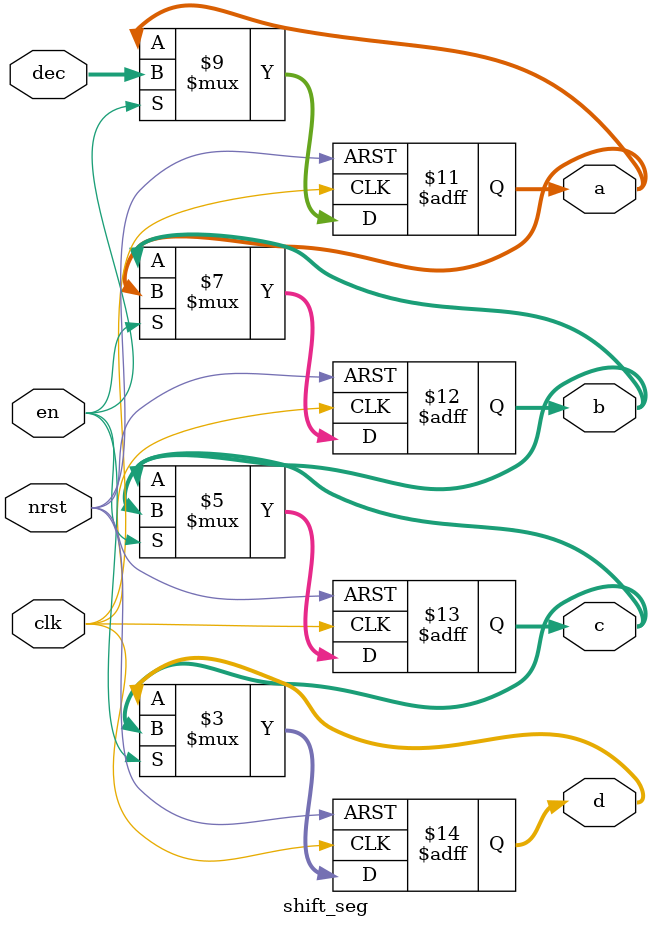
<source format=sv>
module shift_seg (
    input logic clk,
    input logic nrst,
    input logic en,
    input logic [3:0] dec,
    output logic [3:0] a, b, c, d
);

    always_ff @( negedge nrst or posedge clk ) begin
        if (!nrst) begin
            a <= 4'b0;
            b <= 4'b0;
            c <= 4'b0;
            d <= 4'b0;
        end else if (en) begin
            a <= dec;
            b <= a;
            c <= b;
            d <= c;
        end
    end

endmodule
</source>
